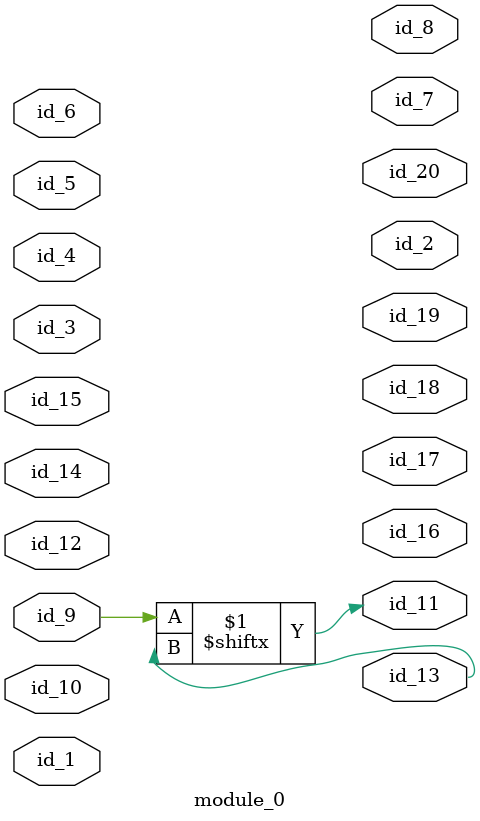
<source format=v>
module module_0 (
    id_1,
    id_2,
    id_3,
    id_4,
    id_5,
    id_6,
    id_7,
    id_8,
    id_9,
    id_10,
    id_11,
    id_12,
    id_13,
    id_14,
    id_15,
    id_16,
    id_17,
    id_18,
    id_19,
    id_20
);
  output id_20;
  output id_19;
  output id_18;
  output id_17;
  output id_16;
  input id_15;
  input id_14;
  output id_13;
  input id_12;
  output id_11;
  input id_10;
  input id_9;
  output id_8;
  output id_7;
  input id_6;
  input id_5;
  input id_4;
  input id_3;
  output id_2;
  input id_1;
  assign id_9[id_12 : id_13] = id_11;
endmodule

</source>
